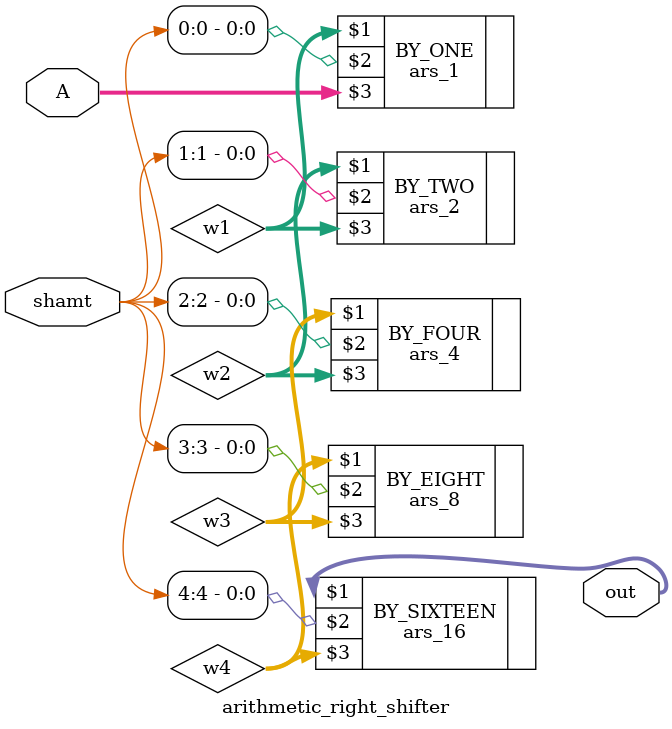
<source format=v>
module arithmetic_right_shifter(out, shamt, A);
    input [31:0] A;
    input [4:0] shamt;
    output [31:0] out;

    wire [31:0] w1, w2, w3, w4;

    ars_1 BY_ONE(w1, shamt[0], A);
    ars_2 BY_TWO(w2, shamt[1], w1);
    ars_4 BY_FOUR(w3, shamt[2], w2);
    ars_8 BY_EIGHT(w4, shamt[3], w3);
    ars_16 BY_SIXTEEN(out, shamt[4], w4);
endmodule
</source>
